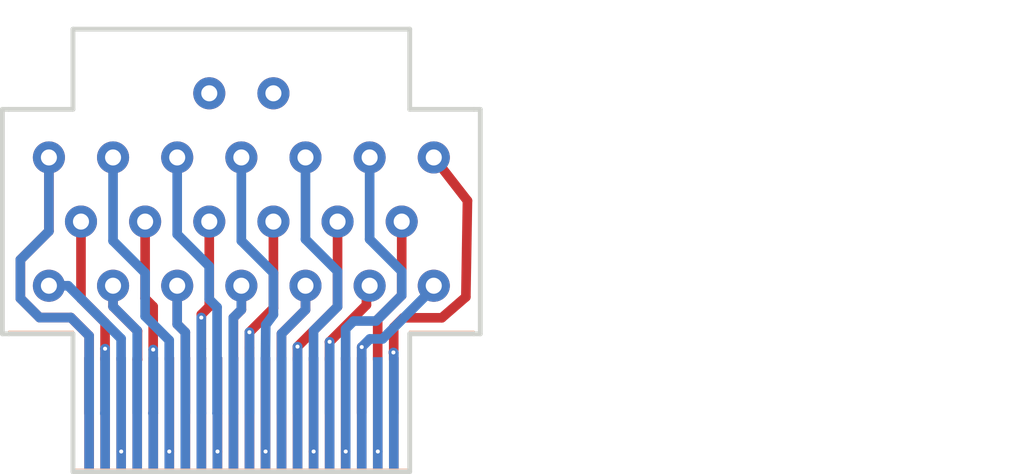
<source format=kicad_pcb>
(kicad_pcb (version 20171130) (host pcbnew "(5.1.6-0-10_14)")

  (general
    (thickness 0.4)
    (drawings 16)
    (tracks 164)
    (zones 0)
    (modules 7)
    (nets 21)
  )

  (page A4)
  (title_block
    (company "Universidade Federal de Minas Gerais")
    (comment 2 "Márcio Flávio Dutra Moraes")
    (comment 3 "Leonardo de Oliveira Guarnieri")
    (comment 4 "Flávio Afonso Gonçalves Mourão")
  )

  (layers
    (0 F.Cu signal)
    (31 B.Cu signal)
    (32 B.Adhes user)
    (33 F.Adhes user)
    (34 B.Paste user)
    (35 F.Paste user)
    (36 B.SilkS user)
    (37 F.SilkS user)
    (38 B.Mask user)
    (39 F.Mask user)
    (40 Dwgs.User user hide)
    (41 Cmts.User user)
    (42 Eco1.User user)
    (43 Eco2.User user)
    (44 Edge.Cuts user)
    (45 Margin user)
    (46 B.CrtYd user)
    (47 F.CrtYd user)
    (48 B.Fab user hide)
    (49 F.Fab user hide)
  )

  (setup
    (last_trace_width 0.25)
    (user_trace_width 0.3)
    (trace_clearance 0.19)
    (zone_clearance 0.508)
    (zone_45_only no)
    (trace_min 0.2)
    (via_size 0.6)
    (via_drill 0.4)
    (via_min_size 0.25)
    (via_min_drill 0.125)
    (user_via 0.25 0.125)
    (uvia_size 0.3)
    (uvia_drill 0.1)
    (uvias_allowed no)
    (uvia_min_size 0.2)
    (uvia_min_drill 0.1)
    (edge_width 0.15)
    (segment_width 0.2)
    (pcb_text_width 0.3)
    (pcb_text_size 1.5 1.5)
    (mod_edge_width 0.15)
    (mod_text_size 1 1)
    (mod_text_width 0.15)
    (pad_size 2.2 2.2)
    (pad_drill 2.2)
    (pad_to_mask_clearance 0.2)
    (aux_axis_origin 0 0)
    (visible_elements 7FFFFFFF)
    (pcbplotparams
      (layerselection 0x010f0_80000001)
      (usegerberextensions false)
      (usegerberattributes true)
      (usegerberadvancedattributes true)
      (creategerberjobfile true)
      (excludeedgelayer true)
      (linewidth 0.100000)
      (plotframeref false)
      (viasonmask false)
      (mode 1)
      (useauxorigin false)
      (hpglpennumber 1)
      (hpglpenspeed 20)
      (hpglpendiameter 15.000000)
      (psnegative false)
      (psa4output false)
      (plotreference true)
      (plotvalue true)
      (plotinvisibletext false)
      (padsonsilk false)
      (subtractmaskfromsilk false)
      (outputformat 1)
      (mirror false)
      (drillshape 0)
      (scaleselection 1)
      (outputdirectory "../../Arquivos Stick - Segunda Leva/Placa 4 - CapaceteV2/"))
  )

  (net 0 "")
  (net 1 "Net-(Edge1-Pad1)")
  (net 2 "Net-(Edge1-Pad2)")
  (net 3 "Net-(Edge1-Pad3)")
  (net 4 "Net-(Edge1-Pad4)")
  (net 5 "Net-(Edge1-Pad5)")
  (net 6 "Net-(Edge1-Pad6)")
  (net 7 "Net-(Edge1-Pad7)")
  (net 8 "Net-(Edge1-Pad8)")
  (net 9 "Net-(Edge1-Pad9)")
  (net 10 "Net-(Edge1-Pad10)")
  (net 11 "Net-(Edge1-Pad11)")
  (net 12 "Net-(Edge1-Pad12)")
  (net 13 "Net-(Edge1-Pad13)")
  (net 14 "Net-(Edge1-Pad14)")
  (net 15 "Net-(Edge1-Pad15)")
  (net 16 "Net-(Edge1-Pad16)")
  (net 17 "Net-(Edge1-Pad17)")
  (net 18 "Net-(Edge1-Pad18)")
  (net 19 "Net-(Edge1-Pad19)")
  (net 20 "Net-(Edge1-Pad20)")

  (net_class Default "This is the default net class."
    (clearance 0.19)
    (trace_width 0.25)
    (via_dia 0.6)
    (via_drill 0.4)
    (uvia_dia 0.3)
    (uvia_drill 0.1)
    (add_net "Net-(Edge1-Pad1)")
    (add_net "Net-(Edge1-Pad10)")
    (add_net "Net-(Edge1-Pad11)")
    (add_net "Net-(Edge1-Pad12)")
    (add_net "Net-(Edge1-Pad13)")
    (add_net "Net-(Edge1-Pad14)")
    (add_net "Net-(Edge1-Pad15)")
    (add_net "Net-(Edge1-Pad16)")
    (add_net "Net-(Edge1-Pad17)")
    (add_net "Net-(Edge1-Pad18)")
    (add_net "Net-(Edge1-Pad19)")
    (add_net "Net-(Edge1-Pad2)")
    (add_net "Net-(Edge1-Pad20)")
    (add_net "Net-(Edge1-Pad3)")
    (add_net "Net-(Edge1-Pad4)")
    (add_net "Net-(Edge1-Pad5)")
    (add_net "Net-(Edge1-Pad6)")
    (add_net "Net-(Edge1-Pad7)")
    (add_net "Net-(Edge1-Pad8)")
    (add_net "Net-(Edge1-Pad9)")
  )

  (module NNClib:1pad (layer F.Cu) (tedit 5B3B6665) (tstamp 5B068003)
    (at 154.25 96.7)
    (descr "module 1 pin (ou trou mecanique de percage)")
    (tags DEV)
    (fp_text reference REF** (at 19.74 -3.99) (layer Dwgs.User) hide
      (effects (font (size 1 1) (thickness 0.15)))
    )
    (fp_text value 1pin (at -18.2711 6.2081) (layer F.Fab) hide
      (effects (font (size 1 1) (thickness 0.15)))
    )
    (pad 1 thru_hole circle (at 0 0) (size 1 1) (drill 0.5) (layers *.Cu *.Mask))
  )

  (module NNClib:1pad (layer F.Cu) (tedit 5B3B6667) (tstamp 5B067FF0)
    (at 152.25 96.7)
    (descr "module 1 pin (ou trou mecanique de percage)")
    (tags DEV)
    (fp_text reference REF** (at 22.502 -1.196) (layer Dwgs.User) hide
      (effects (font (size 1 1) (thickness 0.15)))
    )
    (fp_text value 1pin (at -16.1568 3.6554) (layer F.Fab) hide
      (effects (font (size 1 1) (thickness 0.15)))
    )
    (pad 1 thru_hole circle (at 0 0) (size 1 1) (drill 0.5) (layers *.Cu *.Mask))
  )

  (module NNClib:FFCmalePINarray (layer F.Cu) (tedit 5B3B7FE9) (tstamp 5B068230)
    (at 147.25 102.7)
    (path /5ABD2F73)
    (fp_text reference Holes1 (at -12.5792 7.7138) (layer Dwgs.User) hide
      (effects (font (size 1 1) (thickness 0.15)))
    )
    (fp_text value Conn_01x20 (at -10.85 -10.5) (layer Dwgs.User)
      (effects (font (size 1 1) (thickness 0.15)))
    )
    (pad 18 thru_hole circle (at 12 0) (size 1 1) (drill 0.5) (layers *.Cu *.Mask)
      (net 18 "Net-(Edge1-Pad18)"))
    (pad 16 thru_hole circle (at 10 0) (size 1 1) (drill 0.5) (layers *.Cu *.Mask)
      (net 16 "Net-(Edge1-Pad16)"))
    (pad 13 thru_hole circle (at 8 0) (size 1 1) (drill 0.5) (layers *.Cu *.Mask)
      (net 13 "Net-(Edge1-Pad13)"))
    (pad 10 thru_hole circle (at 6 0) (size 1 1) (drill 0.5) (layers *.Cu *.Mask)
      (net 10 "Net-(Edge1-Pad10)"))
    (pad 7 thru_hole circle (at 4 0) (size 1 1) (drill 0.5) (layers *.Cu *.Mask)
      (net 7 "Net-(Edge1-Pad7)"))
    (pad 4 thru_hole circle (at 2 0) (size 1 1) (drill 0.5) (layers *.Cu *.Mask)
      (net 4 "Net-(Edge1-Pad4)"))
    (pad 3 thru_hole circle (at 0 0) (size 1 1) (drill 0.5) (layers *.Cu *.Mask)
      (net 3 "Net-(Edge1-Pad3)"))
    (pad 1 thru_hole circle (at 0 -4) (size 1 1) (drill 0.5) (layers *.Cu *.Mask)
      (net 1 "Net-(Edge1-Pad1)"))
    (pad 2 thru_hole circle (at 1 -2) (size 1 1) (drill 0.5) (layers *.Cu *.Mask)
      (net 2 "Net-(Edge1-Pad2)"))
    (pad 5 thru_hole circle (at 3 -2) (size 1 1) (drill 0.5) (layers *.Cu *.Mask)
      (net 5 "Net-(Edge1-Pad5)"))
    (pad 8 thru_hole circle (at 5 -2) (size 1 1) (drill 0.5) (layers *.Cu *.Mask)
      (net 8 "Net-(Edge1-Pad8)"))
    (pad 11 thru_hole circle (at 7 -2) (size 1 1) (drill 0.5) (layers *.Cu *.Mask)
      (net 11 "Net-(Edge1-Pad11)"))
    (pad 14 thru_hole circle (at 9 -2) (size 1 1) (drill 0.5) (layers *.Cu *.Mask)
      (net 14 "Net-(Edge1-Pad14)"))
    (pad 19 thru_hole circle (at 11 -2) (size 1 1) (drill 0.5) (layers *.Cu *.Mask)
      (net 19 "Net-(Edge1-Pad19)"))
    (pad 6 thru_hole circle (at 2 -4) (size 1 1) (drill 0.5) (layers *.Cu *.Mask)
      (net 6 "Net-(Edge1-Pad6)"))
    (pad 9 thru_hole circle (at 4 -4) (size 1 1) (drill 0.5) (layers *.Cu *.Mask)
      (net 9 "Net-(Edge1-Pad9)"))
    (pad 12 thru_hole circle (at 6 -4) (size 1 1) (drill 0.5) (layers *.Cu *.Mask)
      (net 12 "Net-(Edge1-Pad12)"))
    (pad 15 thru_hole circle (at 8 -4) (size 1 1) (drill 0.5) (layers *.Cu *.Mask)
      (net 15 "Net-(Edge1-Pad15)"))
    (pad 17 thru_hole circle (at 10 -4) (size 1 1) (drill 0.5) (layers *.Cu *.Mask)
      (net 17 "Net-(Edge1-Pad17)"))
    (pad 20 thru_hole circle (at 12 -4) (size 1 1) (drill 0.5) (layers *.Cu *.Mask)
      (net 20 "Net-(Edge1-Pad20)"))
  )

  (module NNClib:FFCmale20_semvias (layer F.Cu) (tedit 5B2BA901) (tstamp 5B2BA2AD)
    (at 148.50364 104.9274)
    (path /5ABD2A68)
    (fp_text reference Edge1 (at -14.0462 10.25144) (layer Dwgs.User)
      (effects (font (size 1 1) (thickness 0.15)))
    )
    (fp_text value Conn_01x20 (at 2 -3.15) (layer F.Fab)
      (effects (font (size 1 1) (thickness 0.15)))
    )
    (fp_line (start -0.5 3.5) (end -0.5 1) (layer F.SilkS) (width 0.05))
    (fp_line (start 10 3.45) (end 10 1) (layer F.SilkS) (width 0.05))
    (fp_line (start 10 3.5) (end 10 3.45) (layer F.SilkS) (width 0.0508))
    (fp_line (start -0.5 3.5) (end 10 3.5) (layer F.SilkS) (width 0.05))
    (fp_line (start -0.5 -0.8) (end -2.5 -0.8) (layer F.SilkS) (width 0.05))
    (fp_line (start 10 -0.8) (end 12 -0.8) (layer F.SilkS) (width 0.05))
    (fp_line (start -0.5 1) (end -0.5 -0.5) (layer F.SilkS) (width 0.05))
    (fp_line (start 10 1) (end 10 -0.5) (layer F.SilkS) (width 0.05))
    (fp_line (start 10 -0.8) (end 10 -0.5) (layer F.SilkS) (width 0.05))
    (fp_line (start -0.5 -0.5) (end -0.5 -0.8) (layer F.SilkS) (width 0.05))
    (pad 1 smd rect (at 0 1.75) (size 0.3 3.5) (layers *.Paste *.Mask F.Cu)
      (net 1 "Net-(Edge1-Pad1)"))
    (pad 2 smd rect (at 0.5 1.75) (size 0.3 3.5) (layers *.Paste *.Mask F.Cu)
      (net 2 "Net-(Edge1-Pad2)"))
    (pad 3 smd rect (at 1 1.75) (size 0.3 3.5) (layers *.Paste *.Mask F.Cu)
      (net 3 "Net-(Edge1-Pad3)"))
    (pad 4 smd rect (at 1.5 1.75) (size 0.3 3.5) (layers *.Paste *.Mask F.Cu)
      (net 4 "Net-(Edge1-Pad4)"))
    (pad 5 smd rect (at 2 1.75) (size 0.3 3.5) (layers *.Paste *.Mask F.Cu)
      (net 5 "Net-(Edge1-Pad5)"))
    (pad 6 smd rect (at 2.5 1.75) (size 0.3 3.5) (layers *.Paste *.Mask F.Cu)
      (net 6 "Net-(Edge1-Pad6)"))
    (pad 7 smd rect (at 3 1.75) (size 0.3 3.5) (layers *.Paste *.Mask F.Cu)
      (net 7 "Net-(Edge1-Pad7)"))
    (pad 8 smd rect (at 3.5 1.75) (size 0.3 3.5) (layers *.Paste *.Mask F.Cu)
      (net 8 "Net-(Edge1-Pad8)"))
    (pad 9 smd rect (at 4 1.75) (size 0.3 3.5) (layers *.Paste *.Mask F.Cu)
      (net 9 "Net-(Edge1-Pad9)"))
    (pad 10 smd rect (at 4.5 1.75) (size 0.3 3.5) (layers *.Paste *.Mask F.Cu)
      (net 10 "Net-(Edge1-Pad10)"))
    (pad 11 smd rect (at 5 1.75) (size 0.3 3.5) (layers *.Paste *.Mask F.Cu)
      (net 11 "Net-(Edge1-Pad11)"))
    (pad 12 smd rect (at 5.5 1.75) (size 0.3 3.5) (layers *.Paste *.Mask F.Cu)
      (net 12 "Net-(Edge1-Pad12)"))
    (pad 13 smd rect (at 6 1.75) (size 0.3 3.5) (layers *.Paste *.Mask F.Cu)
      (net 13 "Net-(Edge1-Pad13)"))
    (pad 14 smd rect (at 6.5 1.75) (size 0.3 3.5) (layers *.Paste *.Mask F.Cu)
      (net 14 "Net-(Edge1-Pad14)"))
    (pad 15 smd rect (at 7 1.75) (size 0.3 3.5) (layers *.Paste *.Mask F.Cu)
      (net 15 "Net-(Edge1-Pad15)"))
    (pad 16 smd rect (at 7.5 1.75) (size 0.3 3.5) (layers *.Paste *.Mask F.Cu)
      (net 16 "Net-(Edge1-Pad16)"))
    (pad 17 smd rect (at 8 1.75) (size 0.3 3.5) (layers *.Paste *.Mask F.Cu)
      (net 17 "Net-(Edge1-Pad17)"))
    (pad 18 smd rect (at 8.5 1.75) (size 0.3 3.5) (layers *.Paste *.Mask F.Cu)
      (net 18 "Net-(Edge1-Pad18)"))
    (pad 19 smd rect (at 9 1.75) (size 0.3 3.5) (layers *.Paste *.Mask F.Cu)
      (net 19 "Net-(Edge1-Pad19)"))
    (pad 20 smd rect (at 9.5 1.75) (size 0.3 3.5) (layers *.Paste *.Mask F.Cu)
      (net 20 "Net-(Edge1-Pad20)"))
  )

  (module NNClib:FFCmale20_semvias (layer B.Cu) (tedit 5B2BA8FE) (tstamp 5B2BA2CF)
    (at 158.00324 104.9274 180)
    (path /5B2BA1A3)
    (fp_text reference Edge2 (at 23.51024 -8.04164 180) (layer Dwgs.User)
      (effects (font (size 1 1) (thickness 0.15)))
    )
    (fp_text value Conn_01x20 (at 2 3.15 180) (layer B.Fab)
      (effects (font (size 1 1) (thickness 0.15)) (justify mirror))
    )
    (fp_line (start -0.5 -3.5) (end -0.5 -1) (layer B.SilkS) (width 0.05))
    (fp_line (start 10 -3.45) (end 10 -1) (layer B.SilkS) (width 0.05))
    (fp_line (start 10 -3.5) (end 10 -3.45) (layer B.SilkS) (width 0.0508))
    (fp_line (start -0.5 -3.5) (end 10 -3.5) (layer B.SilkS) (width 0.05))
    (fp_line (start -0.5 0.8) (end -2.5 0.8) (layer B.SilkS) (width 0.05))
    (fp_line (start 10 0.8) (end 12 0.8) (layer B.SilkS) (width 0.05))
    (fp_line (start -0.5 -1) (end -0.5 0.5) (layer B.SilkS) (width 0.05))
    (fp_line (start 10 -1) (end 10 0.5) (layer B.SilkS) (width 0.05))
    (fp_line (start 10 0.8) (end 10 0.5) (layer B.SilkS) (width 0.05))
    (fp_line (start -0.5 0.5) (end -0.5 0.8) (layer B.SilkS) (width 0.05))
    (pad 1 smd rect (at 0 -1.75 180) (size 0.3 3.5) (layers *.Paste *.Mask B.Cu)
      (net 20 "Net-(Edge1-Pad20)"))
    (pad 2 smd rect (at 0.5 -1.75 180) (size 0.3 3.5) (layers *.Paste *.Mask B.Cu)
      (net 19 "Net-(Edge1-Pad19)"))
    (pad 3 smd rect (at 1 -1.75 180) (size 0.3 3.5) (layers *.Paste *.Mask B.Cu)
      (net 18 "Net-(Edge1-Pad18)"))
    (pad 4 smd rect (at 1.5 -1.75 180) (size 0.3 3.5) (layers *.Paste *.Mask B.Cu)
      (net 17 "Net-(Edge1-Pad17)"))
    (pad 5 smd rect (at 2 -1.75 180) (size 0.3 3.5) (layers *.Paste *.Mask B.Cu)
      (net 16 "Net-(Edge1-Pad16)"))
    (pad 6 smd rect (at 2.5 -1.75 180) (size 0.3 3.5) (layers *.Paste *.Mask B.Cu)
      (net 15 "Net-(Edge1-Pad15)"))
    (pad 7 smd rect (at 3 -1.75 180) (size 0.3 3.5) (layers *.Paste *.Mask B.Cu)
      (net 14 "Net-(Edge1-Pad14)"))
    (pad 8 smd rect (at 3.5 -1.75 180) (size 0.3 3.5) (layers *.Paste *.Mask B.Cu)
      (net 13 "Net-(Edge1-Pad13)"))
    (pad 9 smd rect (at 4 -1.75 180) (size 0.3 3.5) (layers *.Paste *.Mask B.Cu)
      (net 12 "Net-(Edge1-Pad12)"))
    (pad 10 smd rect (at 4.5 -1.75 180) (size 0.3 3.5) (layers *.Paste *.Mask B.Cu)
      (net 11 "Net-(Edge1-Pad11)"))
    (pad 11 smd rect (at 5 -1.75 180) (size 0.3 3.5) (layers *.Paste *.Mask B.Cu)
      (net 10 "Net-(Edge1-Pad10)"))
    (pad 12 smd rect (at 5.5 -1.75 180) (size 0.3 3.5) (layers *.Paste *.Mask B.Cu)
      (net 9 "Net-(Edge1-Pad9)"))
    (pad 13 smd rect (at 6 -1.75 180) (size 0.3 3.5) (layers *.Paste *.Mask B.Cu)
      (net 8 "Net-(Edge1-Pad8)"))
    (pad 14 smd rect (at 6.5 -1.75 180) (size 0.3 3.5) (layers *.Paste *.Mask B.Cu)
      (net 7 "Net-(Edge1-Pad7)"))
    (pad 15 smd rect (at 7 -1.75 180) (size 0.3 3.5) (layers *.Paste *.Mask B.Cu)
      (net 6 "Net-(Edge1-Pad6)"))
    (pad 16 smd rect (at 7.5 -1.75 180) (size 0.3 3.5) (layers *.Paste *.Mask B.Cu)
      (net 5 "Net-(Edge1-Pad5)"))
    (pad 17 smd rect (at 8 -1.75 180) (size 0.3 3.5) (layers *.Paste *.Mask B.Cu)
      (net 4 "Net-(Edge1-Pad4)"))
    (pad 18 smd rect (at 8.5 -1.75 180) (size 0.3 3.5) (layers *.Paste *.Mask B.Cu)
      (net 3 "Net-(Edge1-Pad3)"))
    (pad 19 smd rect (at 9 -1.75 180) (size 0.3 3.5) (layers *.Paste *.Mask B.Cu)
      (net 2 "Net-(Edge1-Pad2)"))
    (pad 20 smd rect (at 9.5 -1.75 180) (size 0.3 3.5) (layers *.Paste *.Mask B.Cu)
      (net 1 "Net-(Edge1-Pad1)"))
  )

  (module MountingHole:MountingHole_2.2mm_M2 (layer F.Cu) (tedit 5B3B7FE2) (tstamp 5B4715BE)
    (at 149.733 96.266)
    (descr "Mounting Hole 2.2mm, no annular, M2")
    (tags "mounting hole 2.2mm no annular m2")
    (attr virtual)
    (fp_text reference REF** (at 24.511 -9.779) (layer Dwgs.User)
      (effects (font (size 1 1) (thickness 0.15)))
    )
    (fp_text value MountingHole_2.2mm_M2 (at 31.496 5.969) (layer Dwgs.User)
      (effects (font (size 1 1) (thickness 0.15)))
    )
    (fp_circle (center 0 0) (end 2.45 0) (layer F.CrtYd) (width 0.05))
    (fp_circle (center 0 0) (end 2.2 0) (layer Cmts.User) (width 0.15))
    (fp_text user %R (at 25.654 2.0955) (layer Dwgs.User)
      (effects (font (size 1 1) (thickness 0.15)))
    )
    (pad 1 np_thru_hole circle (at 0 0) (size 2.2 2.2) (drill 2.2) (layers *.Cu *.Mask))
  )

  (module MountingHole:MountingHole_2.2mm_M2 (layer F.Cu) (tedit 5B3B7FE5) (tstamp 5B47192C)
    (at 156.7815 96.266)
    (descr "Mounting Hole 2.2mm, no annular, M2")
    (tags "mounting hole 2.2mm no annular m2")
    (attr virtual)
    (fp_text reference REF** (at 17.9705 -7.62) (layer Dwgs.User)
      (effects (font (size 1 1) (thickness 0.15)))
    )
    (fp_text value MountingHole_2.2mm_M2 (at 24.257 8.255) (layer Dwgs.User)
      (effects (font (size 1 1) (thickness 0.15)))
    )
    (fp_circle (center 0 0) (end 2.45 0) (layer F.CrtYd) (width 0.05))
    (fp_circle (center 0 0) (end 2.2 0) (layer Cmts.User) (width 0.15))
    (fp_text user %R (at 18.288 3.81) (layer Dwgs.User)
      (effects (font (size 1 1) (thickness 0.15)))
    )
    (pad 1 np_thru_hole circle (at 0 0) (size 2.2 2.2) (drill 2.2) (layers *.Cu *.Mask))
  )

  (gr_line (start 160.7 97.2) (end 160.5 97.2) (angle 90) (layer Edge.Cuts) (width 0.15))
  (gr_line (start 160.5 104.2) (end 160.7 104.2) (angle 90) (layer Edge.Cuts) (width 0.15))
  (gr_line (start 146 104.2) (end 145.8 104.2) (angle 90) (layer Edge.Cuts) (width 0.15))
  (gr_line (start 146 97.2) (end 145.8 97.2) (angle 90) (layer Edge.Cuts) (width 0.15))
  (gr_line (start 158.5 94.7) (end 148 94.7) (angle 90) (layer Edge.Cuts) (width 0.15))
  (gr_line (start 158.5 97.2) (end 158.5 94.7) (angle 90) (layer Edge.Cuts) (width 0.15))
  (gr_line (start 148 97.2) (end 148 94.7) (angle 90) (layer Edge.Cuts) (width 0.15))
  (gr_line (start 160.5 97.2) (end 158.5 97.2) (angle 90) (layer Edge.Cuts) (width 0.15))
  (gr_line (start 160.7 104.2) (end 160.7 97.2) (angle 90) (layer Edge.Cuts) (width 0.15))
  (gr_line (start 158.5 104.2) (end 160.5 104.2) (angle 90) (layer Edge.Cuts) (width 0.15))
  (gr_line (start 158.5 108.5) (end 158.5 104.2) (angle 90) (layer Edge.Cuts) (width 0.15))
  (gr_line (start 146 97.2) (end 148 97.2) (angle 90) (layer Edge.Cuts) (width 0.15))
  (gr_line (start 145.8 104.2) (end 145.8 97.2) (angle 90) (layer Edge.Cuts) (width 0.15))
  (gr_line (start 148 104.2) (end 146 104.2) (angle 90) (layer Edge.Cuts) (width 0.15))
  (gr_line (start 148 108.5) (end 148 104.2) (angle 90) (layer Edge.Cuts) (width 0.15))
  (gr_line (start 158.5 108.5) (end 148 108.5) (angle 90) (layer Edge.Cuts) (width 0.15))

  (segment (start 147.25 98.7) (end 147.25 100.99944) (width 0.3) (layer B.Cu) (net 1))
  (segment (start 148.50324 104.26152) (end 148.50324 106.6774) (width 0.3) (layer B.Cu) (net 1) (tstamp 5B2BA4CF))
  (segment (start 147.93468 103.69296) (end 148.50324 104.26152) (width 0.3) (layer B.Cu) (net 1) (tstamp 5B2BA4CC))
  (segment (start 146.95932 103.69296) (end 147.93468 103.69296) (width 0.3) (layer B.Cu) (net 1) (tstamp 5B2BA4C3))
  (segment (start 146.35988 103.09352) (end 146.95932 103.69296) (width 0.3) (layer B.Cu) (net 1) (tstamp 5B2BA4C1))
  (segment (start 146.35988 101.88956) (end 146.35988 103.09352) (width 0.3) (layer B.Cu) (net 1) (tstamp 5B2BA4BD))
  (segment (start 147.25 100.99944) (end 146.35988 101.88956) (width 0.3) (layer B.Cu) (net 1) (tstamp 5B2BA4B4))
  (segment (start 147.25 98.7) (end 147.25 100.99944) (width 0.3) (layer F.Cu) (net 1))
  (segment (start 148.50364 104.259542) (end 148.50364 106.6774) (width 0.3) (layer F.Cu) (net 1) (tstamp 5B2BA45F))
  (segment (start 147.937058 103.69296) (end 148.50364 104.259542) (width 0.3) (layer F.Cu) (net 1) (tstamp 5B2BA45E))
  (segment (start 146.95932 103.69296) (end 147.937058 103.69296) (width 0.3) (layer F.Cu) (net 1) (tstamp 5B2BA45A))
  (segment (start 146.35988 103.09352) (end 146.95932 103.69296) (width 0.3) (layer F.Cu) (net 1) (tstamp 5B2BA455))
  (segment (start 146.35988 101.88956) (end 146.35988 103.09352) (width 0.3) (layer F.Cu) (net 1) (tstamp 5B2BA452))
  (segment (start 147.25 100.99944) (end 146.35988 101.88956) (width 0.3) (layer F.Cu) (net 1) (tstamp 5B2BA44E))
  (segment (start 147.25 98.9) (end 147.25 98.7) (width 0.3) (layer F.Cu) (net 1))
  (via (at 149.0011 104.66324) (size 0.25) (drill 0.125) (layers F.Cu B.Cu) (net 2))
  (segment (start 149.00148 106.67564) (end 149.00148 104.66362) (width 0.3) (layer B.Cu) (net 2) (tstamp 5B2BB104))
  (segment (start 149.00148 104.66362) (end 149.0011 104.66324) (width 0.3) (layer B.Cu) (net 2) (tstamp 5B2BB103))
  (segment (start 149.00148 106.67564) (end 149.00324 106.6774) (width 0.3) (layer B.Cu) (net 2) (tstamp 5B2BB105))
  (segment (start 148.993242 106.6774) (end 149.00324 106.6774) (width 0.3) (layer B.Cu) (net 2) (tstamp 5B2BA658))
  (segment (start 149.0011 105.0036) (end 149.0011 104.66324) (width 0.3) (layer F.Cu) (net 2))
  (segment (start 149.0011 104.66324) (end 149.0011 104.65816) (width 0.3) (layer F.Cu) (net 2) (tstamp 5B2BB100))
  (segment (start 148.25 103.1) (end 148.25 100.7) (width 0.3) (layer F.Cu) (net 2) (tstamp 5B06825D))
  (segment (start 149.0011 103.8511) (end 148.25 103.1) (width 0.3) (layer F.Cu) (net 2) (tstamp 5B06825C))
  (segment (start 149.0011 104.65816) (end 149.0011 103.8511) (width 0.3) (layer F.Cu) (net 2) (tstamp 5B2BA652))
  (segment (start 149.5044 107.86872) (end 149.5048 107.86872) (width 0.3) (layer F.Cu) (net 3) (tstamp 5B2BA66E))
  (via (at 149.5044 107.86872) (size 0.25) (drill 0.125) (layers F.Cu B.Cu) (net 3))
  (segment (start 147.25 102.7) (end 147.85 102.7) (width 0.3) (layer B.Cu) (net 3))
  (segment (start 149.5011 104.3511) (end 149.5011 105.0036) (width 0.3) (layer B.Cu) (net 3) (tstamp 5B068364))
  (segment (start 147.85 102.7) (end 149.5011 104.3511) (width 0.3) (layer B.Cu) (net 3) (tstamp 5B068363))
  (segment (start 149.25 102.7) (end 149.25 103.34712) (width 0.3) (layer B.Cu) (net 4))
  (segment (start 150.00324 104.10036) (end 150.00324 106.6774) (width 0.3) (layer B.Cu) (net 4) (tstamp 5B2BA4EE))
  (segment (start 149.25 103.34712) (end 150.00324 104.10036) (width 0.3) (layer B.Cu) (net 4) (tstamp 5B2BA4EC))
  (segment (start 149.25 102.7) (end 149.25 103.35) (width 0.3) (layer F.Cu) (net 4))
  (segment (start 150.011098 104.111098) (end 150.011098 105.0036) (width 0.3) (layer F.Cu) (net 4) (tstamp 5B06837F))
  (segment (start 149.25 103.35) (end 150.011098 104.111098) (width 0.3) (layer F.Cu) (net 4) (tstamp 5B06837E))
  (segment (start 150.011098 105.0036) (end 150.0011 105.0036) (width 0.3) (layer F.Cu) (net 4) (tstamp 5B068381))
  (via (at 150.5011 104.69122) (size 0.25) (drill 0.125) (layers F.Cu B.Cu) (net 5))
  (segment (start 150.50324 106.6774) (end 150.50324 104.69336) (width 0.3) (layer B.Cu) (net 5) (tstamp 5B2BAFBE))
  (segment (start 150.50324 104.69336) (end 150.5011 104.69122) (width 0.3) (layer B.Cu) (net 5) (tstamp 5B2BAFBD))
  (segment (start 150.5011 104.69122) (end 150.5011 106.67486) (width 0.3) (layer F.Cu) (net 5))
  (segment (start 150.5011 106.67486) (end 150.50364 106.6774) (width 0.3) (layer F.Cu) (net 5) (tstamp 5B2BAFA0))
  (segment (start 150.25 100.7) (end 150.25 103.09744) (width 0.3) (layer F.Cu) (net 5))
  (segment (start 150.25 103.09744) (end 150.5011 103.34854) (width 0.3) (layer F.Cu) (net 5) (tstamp 5B2BAF8E))
  (segment (start 150.5011 103.34854) (end 150.5011 104.69122) (width 0.3) (layer F.Cu) (net 5) (tstamp 5B2BAF93))
  (segment (start 150.493242 106.6774) (end 150.50324 106.6774) (width 0.3) (layer B.Cu) (net 5) (tstamp 5B2BA687))
  (segment (start 151.003 107.86872) (end 151.0034 107.86872) (width 0.3) (layer F.Cu) (net 6) (tstamp 5B2BA694))
  (via (at 151.003 107.86872) (size 0.25) (drill 0.125) (layers F.Cu B.Cu) (net 6))
  (segment (start 151.0011 105.0036) (end 151.0011 104.4011) (width 0.3) (layer B.Cu) (net 6))
  (segment (start 149.25 101.3) (end 149.25 98.7) (width 0.3) (layer B.Cu) (net 6) (tstamp 5B06829B))
  (segment (start 150.25 102.3) (end 149.25 101.3) (width 0.3) (layer B.Cu) (net 6) (tstamp 5B06829A))
  (segment (start 150.25 103.65) (end 150.25 102.3) (width 0.3) (layer B.Cu) (net 6) (tstamp 5B068299))
  (segment (start 151.0011 104.4011) (end 150.25 103.65) (width 0.3) (layer B.Cu) (net 6) (tstamp 5B068298))
  (segment (start 151.25 102.7) (end 151.25 103.89932) (width 0.3) (layer B.Cu) (net 7))
  (segment (start 151.50324 104.15256) (end 151.50324 106.6774) (width 0.3) (layer B.Cu) (net 7) (tstamp 5B2BA4F8))
  (segment (start 151.25 103.89932) (end 151.50324 104.15256) (width 0.3) (layer B.Cu) (net 7) (tstamp 5B2BA4F5))
  (segment (start 151.25 102.7) (end 151.25 103.9) (width 0.3) (layer F.Cu) (net 7))
  (segment (start 151.5011 104.1511) (end 151.5011 105.0036) (width 0.3) (layer F.Cu) (net 7) (tstamp 5B06829F))
  (segment (start 151.25 103.9) (end 151.5011 104.1511) (width 0.3) (layer F.Cu) (net 7) (tstamp 5B06829E))
  (via (at 152.0011 103.69296) (size 0.25) (drill 0.125) (layers F.Cu B.Cu) (net 8))
  (segment (start 152.00122 106.67538) (end 152.00122 103.69308) (width 0.3) (layer B.Cu) (net 8) (tstamp 5B2BB0E8))
  (segment (start 152.00122 103.69308) (end 152.0011 103.69296) (width 0.3) (layer B.Cu) (net 8) (tstamp 5B2BB0E7))
  (segment (start 152.00122 106.67538) (end 152.00324 106.6774) (width 0.3) (layer B.Cu) (net 8) (tstamp 5B2BB0EB))
  (segment (start 152.25 100.7) (end 152.25 103.35) (width 0.3) (layer F.Cu) (net 8))
  (segment (start 152.25 103.35) (end 152.0011 103.5989) (width 0.3) (layer F.Cu) (net 8) (tstamp 5B0682A2))
  (segment (start 152.0011 103.5989) (end 152.0011 103.69296) (width 0.3) (layer F.Cu) (net 8) (tstamp 5B0682A3))
  (segment (start 152.0011 103.69296) (end 152.0011 104.66832) (width 0.3) (layer F.Cu) (net 8) (tstamp 5B2BB0E4))
  (segment (start 152.0011 104.66832) (end 152.0011 105.0036) (width 0.3) (layer F.Cu) (net 8) (tstamp 5B2BA6C2))
  (segment (start 151.25 98.7) (end 151.25 101.09516) (width 0.3) (layer B.Cu) (net 9))
  (segment (start 152.493242 103.369642) (end 152.493242 106.6774) (width 0.3) (layer B.Cu) (net 9) (tstamp 5B2BB047))
  (segment (start 152.2476 103.124) (end 152.493242 103.369642) (width 0.3) (layer B.Cu) (net 9) (tstamp 5B2BB042))
  (segment (start 152.2476 102.09276) (end 152.2476 103.124) (width 0.3) (layer B.Cu) (net 9) (tstamp 5B2BB03C))
  (segment (start 151.25 101.09516) (end 152.2476 102.09276) (width 0.3) (layer B.Cu) (net 9) (tstamp 5B2BB037))
  (segment (start 152.493242 106.6774) (end 152.50324 106.6774) (width 0.3) (layer B.Cu) (net 9) (tstamp 5B2BB04A))
  (via (at 152.50668 107.86872) (size 0.25) (drill 0.125) (layers F.Cu B.Cu) (net 9))
  (segment (start 152.50288 107.87252) (end 152.500882 107.87252) (width 0.3) (layer F.Cu) (net 9) (tstamp 5B2BA6CE))
  (segment (start 153.25 102.7) (end 153.25 103.44748) (width 0.3) (layer B.Cu) (net 10))
  (segment (start 152.99944 103.69804) (end 152.99944 106.6736) (width 0.3) (layer B.Cu) (net 10) (tstamp 5B2BA508))
  (segment (start 153.25 103.44748) (end 152.99944 103.69804) (width 0.3) (layer B.Cu) (net 10) (tstamp 5B2BA506))
  (segment (start 152.99944 106.6736) (end 153.00324 106.6774) (width 0.3) (layer B.Cu) (net 10) (tstamp 5B2BA50A))
  (segment (start 153.25 102.7) (end 153.25 103.45) (width 0.3) (layer F.Cu) (net 10))
  (segment (start 153.0011 103.6989) (end 153.0011 105.0036) (width 0.3) (layer F.Cu) (net 10) (tstamp 5B0682AD))
  (segment (start 153.25 103.45) (end 153.0011 103.6989) (width 0.3) (layer F.Cu) (net 10) (tstamp 5B0682AC))
  (segment (start 153.5011 104.15016) (end 153.5011 104.1489) (width 0.3) (layer F.Cu) (net 11))
  (via (at 153.5011 104.1489) (size 0.25) (drill 0.125) (layers F.Cu B.Cu) (net 11))
  (segment (start 153.50324 104.15104) (end 153.50324 106.6774) (width 0.3) (layer B.Cu) (net 11) (tstamp 5B2BAFD5))
  (segment (start 153.5011 104.1489) (end 153.50324 104.15104) (width 0.3) (layer B.Cu) (net 11) (tstamp 5B2BAFD4))
  (segment (start 154.25 100.7) (end 154.25 103.4) (width 0.3) (layer F.Cu) (net 11))
  (segment (start 153.5011 104.15016) (end 153.5011 104.63784) (width 0.3) (layer F.Cu) (net 11) (tstamp 5B2BAFD0))
  (segment (start 153.5011 104.63784) (end 153.5011 105.0036) (width 0.3) (layer F.Cu) (net 11) (tstamp 5B2BA6D5))
  (segment (start 154.25 103.4) (end 153.5011 104.1489) (width 0.3) (layer F.Cu) (net 11) (tstamp 5B0682B6))
  (via (at 154.00528 107.86872) (size 0.25) (drill 0.125) (layers F.Cu B.Cu) (net 12))
  (segment (start 154.00528 107.86872) (end 154.00568 107.86872) (width 0.25) (layer F.Cu) (net 12) (tstamp 5B2BAF1B))
  (segment (start 153.25 98.7) (end 153.25 101.3) (width 0.3) (layer B.Cu) (net 12))
  (segment (start 154.010359 103.92169) (end 154.0011 105.0036) (width 0.3) (layer B.Cu) (net 12) (tstamp 5B0682BD))
  (segment (start 154.24988 103.599801) (end 154.010359 103.92169) (width 0.3) (layer B.Cu) (net 12) (tstamp 5B0682BC))
  (segment (start 154.25 102.3) (end 154.24988 103.599801) (width 0.3) (layer B.Cu) (net 12) (tstamp 5B0682BB))
  (segment (start 153.25 101.3) (end 154.25 102.3) (width 0.3) (layer B.Cu) (net 12) (tstamp 5B0682BA))
  (segment (start 155.25 102.7) (end 155.25 103.449) (width 0.3) (layer B.Cu) (net 13))
  (segment (start 154.50324 104.19576) (end 154.50324 106.6774) (width 0.3) (layer B.Cu) (net 13) (tstamp 5B2BB26F))
  (segment (start 155.25 103.449) (end 154.50324 104.19576) (width 0.3) (layer B.Cu) (net 13) (tstamp 5B2BB269))
  (segment (start 155.25 102.7) (end 155.25 103.45) (width 0.3) (layer F.Cu) (net 13))
  (segment (start 154.5 104.2) (end 154.5 105.0025) (width 0.3) (layer F.Cu) (net 13) (tstamp 5B0682C1))
  (segment (start 155.25 103.45) (end 154.5 104.2) (width 0.3) (layer F.Cu) (net 13) (tstamp 5B0682C0))
  (segment (start 154.5 105.0025) (end 154.5011 105.0036) (width 0.3) (layer F.Cu) (net 13) (tstamp 5B0682C2))
  (segment (start 155.0011 104.648) (end 155.0011 104.5989) (width 0.3) (layer F.Cu) (net 14))
  (via (at 155.0011 104.5989) (size 0.25) (drill 0.125) (layers F.Cu B.Cu) (net 14))
  (segment (start 155.00324 104.60104) (end 155.00324 106.6774) (width 0.3) (layer B.Cu) (net 14) (tstamp 5B2BA708))
  (segment (start 155.0011 104.5989) (end 155.00324 104.60104) (width 0.3) (layer B.Cu) (net 14) (tstamp 5B2BA707))
  (segment (start 156.25 100.7) (end 156.25 103.35) (width 0.3) (layer F.Cu) (net 14))
  (segment (start 155.0011 104.648) (end 155.0011 105.0036) (width 0.3) (layer F.Cu) (net 14) (tstamp 5B2BA703))
  (segment (start 156.25 103.35) (end 155.0011 104.5989) (width 0.3) (layer F.Cu) (net 14) (tstamp 5B0682C6))
  (via (at 155.50388 107.86872) (size 0.25) (drill 0.125) (layers F.Cu B.Cu) (net 15))
  (segment (start 155.50388 107.86872) (end 155.50428 107.86872) (width 0.3) (layer F.Cu) (net 15) (tstamp 5B2BA70C))
  (segment (start 155.25 98.7) (end 155.25 101.25) (width 0.3) (layer B.Cu) (net 15))
  (segment (start 155.5011 104.0989) (end 155.5011 105.0036) (width 0.3) (layer B.Cu) (net 15) (tstamp 5B0682CE))
  (segment (start 156.25 103.35) (end 155.5011 104.0989) (width 0.3) (layer B.Cu) (net 15) (tstamp 5B0682CD))
  (segment (start 156.25 102.25) (end 156.25 103.35) (width 0.3) (layer B.Cu) (net 15) (tstamp 5B0682CC))
  (segment (start 155.25 101.25) (end 156.25 102.25) (width 0.3) (layer B.Cu) (net 15) (tstamp 5B0682CB))
  (via (at 156.00172 104.44734) (size 0.25) (drill 0.125) (layers F.Cu B.Cu) (net 16))
  (segment (start 156.00324 106.6774) (end 156.00386 104.44948) (width 0.3) (layer B.Cu) (net 16) (tstamp 5B2BA717))
  (segment (start 156.00386 104.44948) (end 156.00172 104.44734) (width 0.3) (layer B.Cu) (net 16) (tstamp 5B2BA716))
  (segment (start 156.0011 105.0036) (end 156.00172 104.44734) (width 0.3) (layer F.Cu) (net 16))
  (segment (start 156.00172 104.44734) (end 156.0011 104.4511) (width 0.3) (layer F.Cu) (net 16) (tstamp 5B2BA713))
  (segment (start 157.15 103.3) (end 157.15 102.8) (width 0.3) (layer F.Cu) (net 16) (tstamp 5B0683B4))
  (segment (start 156 104.45) (end 157.15 103.3) (width 0.3) (layer F.Cu) (net 16) (tstamp 5B0683B3))
  (segment (start 156.0011 104.4511) (end 156 104.45) (width 0.3) (layer F.Cu) (net 16) (tstamp 5B0683B2))
  (segment (start 157.15 102.8) (end 157.25 102.7) (width 0.3) (layer F.Cu) (net 16) (tstamp 5B0683B5))
  (via (at 156.50464 107.86872) (size 0.25) (drill 0.125) (layers F.Cu B.Cu) (net 17))
  (segment (start 156.50464 107.86872) (end 156.50504 107.86872) (width 0.3) (layer F.Cu) (net 17) (tstamp 5B2BA722))
  (segment (start 157.25 98.7) (end 157.25 101.25) (width 0.3) (layer B.Cu) (net 17))
  (segment (start 156.5011 104.0489) (end 156.5011 105.0036) (width 0.3) (layer B.Cu) (net 17) (tstamp 5B0682F7))
  (segment (start 156.75 103.8) (end 156.5011 104.0489) (width 0.3) (layer B.Cu) (net 17) (tstamp 5B0682F6))
  (segment (start 157.45 103.8) (end 156.75 103.8) (width 0.3) (layer B.Cu) (net 17) (tstamp 5B0682F5))
  (segment (start 158.25 103) (end 157.45 103.8) (width 0.3) (layer B.Cu) (net 17) (tstamp 5B0682F4))
  (segment (start 158.25 102.25) (end 158.25 103) (width 0.3) (layer B.Cu) (net 17) (tstamp 5B0682F3))
  (segment (start 157.25 101.25) (end 158.25 102.25) (width 0.3) (layer B.Cu) (net 17) (tstamp 5B0682F2))
  (segment (start 157.00324 104.64292) (end 157.00324 104.61168) (width 0.3) (layer B.Cu) (net 18))
  (via (at 157.00324 104.61168) (size 0.25) (drill 0.125) (layers F.Cu B.Cu) (net 18))
  (segment (start 157.00364 104.61208) (end 157.00364 106.6774) (width 0.3) (layer F.Cu) (net 18) (tstamp 5B2BA826))
  (segment (start 157.00324 104.61168) (end 157.00364 104.61208) (width 0.3) (layer F.Cu) (net 18) (tstamp 5B2BA825))
  (segment (start 159.25 102.7) (end 159.25 102.76116) (width 0.3) (layer B.Cu) (net 18))
  (segment (start 159.25 102.76116) (end 157.65272 104.35844) (width 0.3) (layer B.Cu) (net 18) (tstamp 5B2BA80A))
  (segment (start 157.00324 104.64292) (end 157.00324 106.6774) (width 0.3) (layer B.Cu) (net 18) (tstamp 5B2BA821))
  (segment (start 157.25648 104.35844) (end 157.00324 104.61168) (width 0.3) (layer B.Cu) (net 18) (tstamp 5B2BA813))
  (segment (start 157.65272 104.35844) (end 157.25648 104.35844) (width 0.3) (layer B.Cu) (net 18) (tstamp 5B2BA810))
  (segment (start 159.25 102.8) (end 159.25 102.7) (width 0.3) (layer B.Cu) (net 18) (tstamp 5B0683A0))
  (via (at 157.5054 107.86872) (size 0.25) (drill 0.125) (layers F.Cu B.Cu) (net 19))
  (segment (start 157.5054 107.86872) (end 157.505 107.86872) (width 0.3) (layer B.Cu) (net 19) (tstamp 5B2BA766))
  (segment (start 158.25 100.7) (end 158.25 103) (width 0.3) (layer F.Cu) (net 19))
  (segment (start 157.5011 103.7489) (end 157.5011 105.0036) (width 0.3) (layer F.Cu) (net 19) (tstamp 5B0682DA))
  (segment (start 158.25 103) (end 157.5011 103.7489) (width 0.3) (layer F.Cu) (net 19) (tstamp 5B0682D9))
  (segment (start 158.0011 104.78008) (end 157.991102 104.78008) (width 0.3) (layer F.Cu) (net 20))
  (segment (start 158.00324 104.792218) (end 158.00324 106.6774) (width 0.3) (layer B.Cu) (net 20) (tstamp 5B2BA787))
  (segment (start 157.991102 104.78008) (end 158.00324 104.792218) (width 0.3) (layer B.Cu) (net 20) (tstamp 5B2BA786))
  (via (at 157.991102 104.78008) (size 0.25) (drill 0.125) (layers F.Cu B.Cu) (net 20))
  (segment (start 158.0011 103.9989) (end 158.0011 104.78008) (width 0.3) (layer F.Cu) (net 20) (tstamp 5B0682D6))
  (segment (start 158.0011 104.78008) (end 158.0011 105.0036) (width 0.3) (layer F.Cu) (net 20) (tstamp 5B2BA782))
  (segment (start 159.25 98.7) (end 160.3 100.05) (width 0.3) (layer F.Cu) (net 20) (tstamp 5B0682D1))
  (segment (start 160.3 100.05) (end 160.25 103.05) (width 0.3) (layer F.Cu) (net 20) (tstamp 5B0682D2))
  (segment (start 160.25 103.05) (end 159.5 103.7) (width 0.3) (layer F.Cu) (net 20) (tstamp 5B0682D3))
  (segment (start 159.5 103.7) (end 158.3 103.7) (width 0.3) (layer F.Cu) (net 20) (tstamp 5B0682D4))
  (segment (start 158.3 103.7) (end 158.0011 103.9989) (width 0.3) (layer F.Cu) (net 20) (tstamp 5B0682D5))
  (segment (start 159.25 98.7) (end 159.25 98.7) (width 0.3) (layer F.Cu) (net 20))

)

</source>
